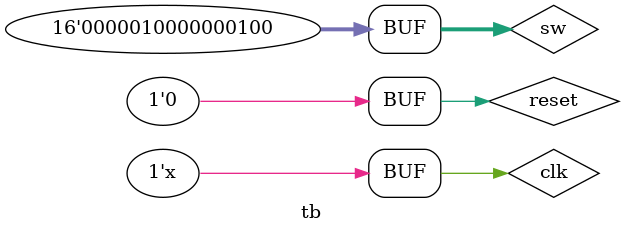
<source format=v>
`timescale 1ns / 1ps


module tb(

    );
    reg clk, reset;
     wire [7:0] accu_out;
     wire [7:0] mem1 , mem2, mem3, mem4, mem5;
     reg [15:0] sw;
     wire [7:0]rd_data, rd_addr, wr_addr, wr_data, alu_out,  adder_out, PC_out, ins_store;
    wire [3:0] alu_select;
    wire wr_en, PC_en, A_en, addr_mux, data_mux, addr_select, mem_select, ins_store_en;
    wire [1:0] PC_mux, state;
    wire [15:0] led;
    
    lipsi_top2 dut (clk, reset, sw, accu_out, mem1 , mem2, mem3, mem4, mem5, rd_data, rd_addr, wr_addr, wr_data, alu_out,  adder_out, PC_out, ins_store,
                    alu_select, wr_en, PC_en, A_en, addr_mux, data_mux, addr_select, mem_select, ins_store_en, 
                    PC_mux, state, led);
    
    always #10 clk = ~clk;
    initial begin
       sw = 16'b0000010000000100;
       clk = 0;
       reset = 1;
       #23
       reset = 1'b0;
    end
endmodule
</source>
